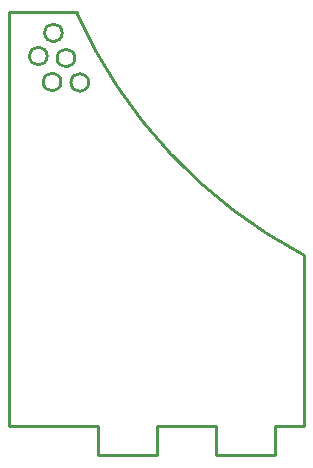
<source format=gko>
G04*
G04 #@! TF.GenerationSoftware,Altium Limited,Altium Designer,24.0.1 (36)*
G04*
G04 Layer_Color=16711935*
%FSLAX44Y44*%
%MOMM*%
G71*
G04*
G04 #@! TF.SameCoordinates,E1611645-FA6B-4762-B6F0-5450E213B56F*
G04*
G04*
G04 #@! TF.FilePolarity,Positive*
G04*
G01*
G75*
%ADD13C,0.2540*%
D13*
X44081Y291099D02*
G03*
X44081Y291099I-7500J0D01*
G01*
X32406Y313056D02*
G03*
X32406Y313056I-7500J0D01*
G01*
X67489Y290658D02*
G03*
X67489Y290658I-7500J0D01*
G01*
X55759Y311390D02*
G03*
X55759Y311390I-7500J0D01*
G01*
X45130Y332709D02*
G03*
X45130Y332709I-7500J0D01*
G01*
X57226Y349989D02*
G03*
X250000Y144343I392774J175011D01*
G01*
X0Y0D02*
Y350000D01*
X57226D01*
X0Y0D02*
X75000D01*
X125000D02*
X175000D01*
X225000D02*
X250000D01*
X175000Y-25000D02*
X225000D01*
Y0D01*
X175000Y-25000D02*
Y0D01*
X75000Y-25000D02*
X125000D01*
Y0D01*
X75000Y-25000D02*
Y0D01*
X250000D02*
Y144343D01*
M02*

</source>
